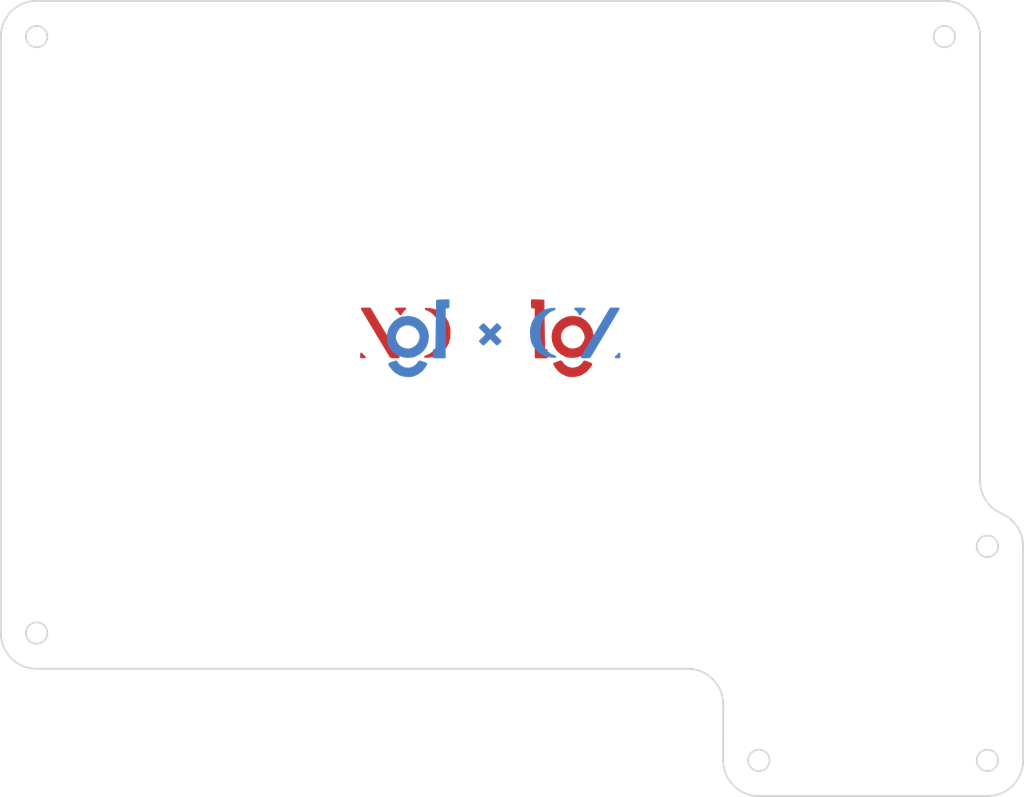
<source format=kicad_pcb>
(kicad_pcb (version 20171130) (host pcbnew "(5.1.4)-1")

  (general
    (thickness 1.6)
    (drawings 55)
    (tracks 0)
    (zones 0)
    (modules 2)
    (nets 1)
  )

  (page A4)
  (layers
    (0 F.Cu signal)
    (31 B.Cu signal)
    (32 B.Adhes user)
    (33 F.Adhes user)
    (34 B.Paste user)
    (35 F.Paste user)
    (36 B.SilkS user)
    (37 F.SilkS user)
    (38 B.Mask user)
    (39 F.Mask user)
    (40 Dwgs.User user)
    (41 Cmts.User user)
    (42 Eco1.User user)
    (43 Eco2.User user)
    (44 Edge.Cuts user)
    (45 Margin user)
    (46 B.CrtYd user)
    (47 F.CrtYd user)
    (48 B.Fab user)
    (49 F.Fab user)
  )

  (setup
    (last_trace_width 0.25)
    (trace_clearance 0.2)
    (zone_clearance 0.508)
    (zone_45_only no)
    (trace_min 0.2)
    (via_size 0.8)
    (via_drill 0.4)
    (via_min_size 0.4)
    (via_min_drill 0.3)
    (uvia_size 0.3)
    (uvia_drill 0.1)
    (uvias_allowed no)
    (uvia_min_size 0.2)
    (uvia_min_drill 0.1)
    (edge_width 0.05)
    (segment_width 0.2)
    (pcb_text_width 0.3)
    (pcb_text_size 1.5 1.5)
    (mod_edge_width 0.12)
    (mod_text_size 1 1)
    (mod_text_width 0.15)
    (pad_size 1.524 1.524)
    (pad_drill 0.762)
    (pad_to_mask_clearance 0.051)
    (solder_mask_min_width 0.25)
    (aux_axis_origin 0 0)
    (visible_elements 7FFFFFFF)
    (pcbplotparams
      (layerselection 0x010fc_ffffffff)
      (usegerberextensions false)
      (usegerberattributes false)
      (usegerberadvancedattributes false)
      (creategerberjobfile false)
      (excludeedgelayer true)
      (linewidth 0.100000)
      (plotframeref false)
      (viasonmask false)
      (mode 1)
      (useauxorigin false)
      (hpglpennumber 1)
      (hpglpenspeed 20)
      (hpglpendiameter 15.000000)
      (psnegative false)
      (psa4output false)
      (plotreference true)
      (plotvalue true)
      (plotinvisibletext false)
      (padsonsilk false)
      (subtractmaskfromsilk false)
      (outputformat 1)
      (mirror false)
      (drillshape 0)
      (scaleselection 1)
      (outputdirectory "C:/Users/lfgab/Documents/GitHub/splitty/KiCad/base/gerbers/"))
  )

  (net 0 "")

  (net_class Default "This is the default net class."
    (clearance 0.2)
    (trace_width 0.25)
    (via_dia 0.8)
    (via_drill 0.4)
    (uvia_dia 0.3)
    (uvia_drill 0.1)
  )

  (module Logos:NDxLG_fullsize_mask (layer B.Cu) (tedit 0) (tstamp 5FB46580)
    (at 196.85 87.757 180)
    (fp_text reference G*** (at 0 0) (layer B.SilkS) hide
      (effects (font (size 1.524 1.524) (thickness 0.3)) (justify mirror))
    )
    (fp_text value LOGO (at 0.75 0) (layer B.SilkS) hide
      (effects (font (size 1.524 1.524) (thickness 0.3)) (justify mirror))
    )
    (fp_poly (pts (xy -7.89431 3.199237) (xy -8.173298 2.968318) (xy -8.375664 2.682787) (xy -8.540374 2.349878)
      (xy -8.663275 2.64402) (xy -8.862768 2.945856) (xy -9.163378 3.204106) (xy -9.398 3.325577)
      (xy -9.370404 3.344494) (xy -9.201323 3.360695) (xy -8.918603 3.372453) (xy -8.551333 3.378038)
      (xy -7.577666 3.382777) (xy -7.89431 3.199237)) (layer B.Mask) (width 0.01))
    (fp_poly (pts (xy 2.795928 1.137816) (xy 2.413649 0.762637) (xy 2.031369 0.387458) (xy 2.796451 -0.389304)
      (xy 2.540304 -0.634709) (xy 2.284156 -0.880113) (xy 1.904078 -0.507095) (xy 1.524 -0.134076)
      (xy 1.160962 -0.490371) (xy 0.961583 -0.679359) (xy 0.812255 -0.808548) (xy 0.753469 -0.846666)
      (xy 0.672054 -0.791394) (xy 0.525386 -0.654176) (xy 0.482048 -0.609764) (xy 0.255081 -0.372862)
      (xy 0.635856 0.000841) (xy 1.016631 0.374543) (xy 0.251549 1.151305) (xy 0.507697 1.39671)
      (xy 0.763844 1.642114) (xy 1.143922 1.269096) (xy 1.524 0.896077) (xy 1.905964 1.270947)
      (xy 2.287928 1.645816) (xy 2.795928 1.137816)) (layer B.Mask) (width 0.01))
    (fp_poly (pts (xy 11.4555 2.360421) (xy 11.772493 2.245602) (xy 12.281602 1.900385) (xy 12.680218 1.448457)
      (xy 12.956434 0.918534) (xy 13.098342 0.339331) (xy 13.094036 -0.260439) (xy 12.991738 -0.694713)
      (xy 12.730649 -1.212732) (xy 12.347228 -1.642074) (xy 11.871296 -1.968387) (xy 11.33267 -2.177321)
      (xy 10.761169 -2.254521) (xy 10.186613 -2.185638) (xy 10.00802 -2.13077) (xy 9.438781 -1.845004)
      (xy 8.982403 -1.446401) (xy 8.650289 -0.957189) (xy 8.453842 -0.399596) (xy 8.424206 -0.037237)
      (xy 9.44464 -0.037237) (xy 9.567646 -0.446933) (xy 9.837058 -0.82061) (xy 9.854296 -0.837583)
      (xy 10.241454 -1.108064) (xy 10.6685 -1.217358) (xy 11.11884 -1.163912) (xy 11.503498 -0.991809)
      (xy 11.7529 -0.764467) (xy 11.959858 -0.439283) (xy 12.084528 -0.08773) (xy 12.103615 0.084667)
      (xy 12.041916 0.404638) (xy 11.882695 0.751675) (xy 11.664765 1.052415) (xy 11.525337 1.177736)
      (xy 11.112129 1.378061) (xy 10.668876 1.411795) (xy 10.28713 1.316884) (xy 9.889286 1.085538)
      (xy 9.611938 0.761241) (xy 9.461564 0.376235) (xy 9.44464 -0.037237) (xy 8.424206 -0.037237)
      (xy 8.404463 0.20415) (xy 8.504282 0.800635) (xy 8.726573 1.289722) (xy 9.077728 1.735937)
      (xy 9.517283 2.097559) (xy 9.983819 2.326059) (xy 10.456269 2.423869) (xy 10.969682 2.434295)
      (xy 11.4555 2.360421)) (layer B.Mask) (width 0.01))
    (fp_poly (pts (xy 6.836834 4.30013) (xy 7.577667 4.275667) (xy 7.59999 1.502834) (xy 7.6064 0.745154)
      (xy 7.612893 0.139738) (xy 7.620642 -0.330477) (xy 7.630819 -0.682558) (xy 7.644597 -0.933569)
      (xy 7.663147 -1.100575) (xy 7.687644 -1.200641) (xy 7.719258 -1.250832) (xy 7.759162 -1.268213)
      (xy 7.79049 -1.27) (xy 7.88446 -1.288847) (xy 7.935238 -1.371166) (xy 7.955622 -1.555621)
      (xy 7.958667 -1.778) (xy 7.958667 -2.286) (xy 6.519334 -2.286) (xy 6.519334 3.302)
      (xy 6.307667 3.302) (xy 6.190646 3.312663) (xy 6.127303 3.371078) (xy 6.101227 3.516882)
      (xy 6.096008 3.789716) (xy 6.096 3.813297) (xy 6.096 4.324592) (xy 6.836834 4.30013)) (layer B.Mask) (width 0.01))
    (fp_poly (pts (xy -5.749955 3.357354) (xy -5.300523 3.330231) (xy -4.961989 3.280628) (xy -4.6763 3.197463)
      (xy -4.479955 3.114861) (xy -3.907605 2.763569) (xy -3.461313 2.302393) (xy -3.146701 1.740479)
      (xy -2.969389 1.086975) (xy -2.930085 0.592667) (xy -2.966973 -0.036003) (xy -3.103351 -0.560214)
      (xy -3.355947 -1.023236) (xy -3.717724 -1.444771) (xy -4.07477 -1.760982) (xy -4.437396 -1.984405)
      (xy -4.847923 -2.131151) (xy -5.348675 -2.217333) (xy -5.842 -2.253468) (xy -6.646333 -2.290045)
      (xy -5.98662 -2.088291) (xy -5.333088 -1.820193) (xy -4.817871 -1.456408) (xy -4.439093 -0.994086)
      (xy -4.194876 -0.430374) (xy -4.083343 0.237578) (xy -4.085083 0.799952) (xy -4.142996 1.332798)
      (xy -4.25347 1.751772) (xy -4.436128 2.1091) (xy -4.705577 2.451465) (xy -4.978453 2.720771)
      (xy -5.266276 2.92276) (xy -5.621416 3.08781) (xy -6.053666 3.233466) (xy -6.561666 3.387669)
      (xy -5.749955 3.357354)) (layer B.Mask) (width 0.01))
    (fp_poly (pts (xy -12.470145 3.384152) (xy -11.895666 3.381637) (xy -10.244666 0.620727) (xy -9.873858 -0.000019)
      (xy -9.530648 -0.575825) (xy -9.224714 -1.090361) (xy -8.965731 -1.527297) (xy -8.763377 -1.870305)
      (xy -8.627327 -2.103053) (xy -8.567259 -2.209212) (xy -8.565444 -2.213091) (xy -8.627639 -2.249887)
      (xy -8.817817 -2.276093) (xy -9.092659 -2.286) (xy -9.403044 -2.278505) (xy -9.59163 -2.247174)
      (xy -9.705624 -2.178736) (xy -9.770291 -2.0955) (xy -9.850007 -1.966476) (xy -10.002088 -1.716051)
      (xy -10.214141 -1.364909) (xy -10.473769 -0.933738) (xy -10.768578 -0.443226) (xy -11.086173 0.085942)
      (xy -11.41416 0.633077) (xy -11.740144 1.177493) (xy -12.051729 1.698503) (xy -12.336521 2.175419)
      (xy -12.582126 2.587556) (xy -12.776147 2.914225) (xy -12.906191 3.13474) (xy -12.957912 3.224643)
      (xy -12.991823 3.310077) (xy -12.957838 3.358392) (xy -12.824801 3.379776) (xy -12.561554 3.38442)
      (xy -12.470145 3.384152)) (layer B.Mask) (width 0.01))
    (fp_poly (pts (xy -12.98788 -1.424523) (xy -12.928024 -1.551304) (xy -12.917646 -1.575116) (xy -12.733094 -1.843251)
      (xy -12.45194 -2.085963) (xy -12.192 -2.22491) (xy -12.198192 -2.250932) (xy -12.341606 -2.270811)
      (xy -12.551833 -2.279315) (xy -13.038666 -2.286) (xy -13.035352 -1.799166) (xy -13.03175 -1.529811)
      (xy -13.01919 -1.411144) (xy -12.98788 -1.424523)) (layer B.Mask) (width 0.01))
    (fp_poly (pts (xy 9.525604 -2.572223) (xy 9.584836 -2.658956) (xy 9.587801 -2.664246) (xy 9.870791 -3.013518)
      (xy 10.244366 -3.249084) (xy 10.667541 -3.353567) (xy 11.09933 -3.309588) (xy 11.105485 -3.307763)
      (xy 11.411525 -3.169229) (xy 11.69423 -2.962898) (xy 11.897762 -2.733846) (xy 11.952736 -2.623852)
      (xy 11.997241 -2.559902) (xy 12.09617 -2.550709) (xy 12.288833 -2.598966) (xy 12.474576 -2.659585)
      (xy 12.729391 -2.761127) (xy 12.903262 -2.860029) (xy 12.954 -2.922048) (xy 12.898055 -3.07401)
      (xy 12.753239 -3.297639) (xy 12.554081 -3.548648) (xy 12.335111 -3.782746) (xy 12.170808 -3.926615)
      (xy 11.657025 -4.216488) (xy 11.076325 -4.370452) (xy 10.472744 -4.380512) (xy 10.085461 -4.305082)
      (xy 9.574515 -4.080182) (xy 9.120134 -3.732609) (xy 8.770999 -3.301816) (xy 8.707006 -3.187962)
      (xy 8.610854 -2.985665) (xy 8.565553 -2.85901) (xy 8.566594 -2.840974) (xy 8.65476 -2.803509)
      (xy 8.854169 -2.72898) (xy 9.045194 -2.660593) (xy 9.302441 -2.573355) (xy 9.447025 -2.543794)
      (xy 9.525604 -2.572223)) (layer B.Mask) (width 0.01))
  )

  (module Logos:NDxLG_fullsize_mask (layer F.Cu) (tedit 0) (tstamp 5FB46553)
    (at 193.802 87.757)
    (fp_text reference G*** (at 0 0) (layer F.SilkS) hide
      (effects (font (size 1.524 1.524) (thickness 0.3)))
    )
    (fp_text value LOGO (at 0.75 0) (layer F.SilkS) hide
      (effects (font (size 1.524 1.524) (thickness 0.3)))
    )
    (fp_poly (pts (xy -7.89431 -3.199237) (xy -8.173298 -2.968318) (xy -8.375664 -2.682787) (xy -8.540374 -2.349878)
      (xy -8.663275 -2.64402) (xy -8.862768 -2.945856) (xy -9.163378 -3.204106) (xy -9.398 -3.325577)
      (xy -9.370404 -3.344494) (xy -9.201323 -3.360695) (xy -8.918603 -3.372453) (xy -8.551333 -3.378038)
      (xy -7.577666 -3.382777) (xy -7.89431 -3.199237)) (layer F.Mask) (width 0.01))
    (fp_poly (pts (xy 2.795928 -1.137816) (xy 2.413649 -0.762637) (xy 2.031369 -0.387458) (xy 2.796451 0.389304)
      (xy 2.540304 0.634709) (xy 2.284156 0.880113) (xy 1.904078 0.507095) (xy 1.524 0.134076)
      (xy 1.160962 0.490371) (xy 0.961583 0.679359) (xy 0.812255 0.808548) (xy 0.753469 0.846666)
      (xy 0.672054 0.791394) (xy 0.525386 0.654176) (xy 0.482048 0.609764) (xy 0.255081 0.372862)
      (xy 0.635856 -0.000841) (xy 1.016631 -0.374543) (xy 0.251549 -1.151305) (xy 0.507697 -1.39671)
      (xy 0.763844 -1.642114) (xy 1.143922 -1.269096) (xy 1.524 -0.896077) (xy 1.905964 -1.270947)
      (xy 2.287928 -1.645816) (xy 2.795928 -1.137816)) (layer F.Mask) (width 0.01))
    (fp_poly (pts (xy 11.4555 -2.360421) (xy 11.772493 -2.245602) (xy 12.281602 -1.900385) (xy 12.680218 -1.448457)
      (xy 12.956434 -0.918534) (xy 13.098342 -0.339331) (xy 13.094036 0.260439) (xy 12.991738 0.694713)
      (xy 12.730649 1.212732) (xy 12.347228 1.642074) (xy 11.871296 1.968387) (xy 11.33267 2.177321)
      (xy 10.761169 2.254521) (xy 10.186613 2.185638) (xy 10.00802 2.13077) (xy 9.438781 1.845004)
      (xy 8.982403 1.446401) (xy 8.650289 0.957189) (xy 8.453842 0.399596) (xy 8.424206 0.037237)
      (xy 9.44464 0.037237) (xy 9.567646 0.446933) (xy 9.837058 0.82061) (xy 9.854296 0.837583)
      (xy 10.241454 1.108064) (xy 10.6685 1.217358) (xy 11.11884 1.163912) (xy 11.503498 0.991809)
      (xy 11.7529 0.764467) (xy 11.959858 0.439283) (xy 12.084528 0.08773) (xy 12.103615 -0.084667)
      (xy 12.041916 -0.404638) (xy 11.882695 -0.751675) (xy 11.664765 -1.052415) (xy 11.525337 -1.177736)
      (xy 11.112129 -1.378061) (xy 10.668876 -1.411795) (xy 10.28713 -1.316884) (xy 9.889286 -1.085538)
      (xy 9.611938 -0.761241) (xy 9.461564 -0.376235) (xy 9.44464 0.037237) (xy 8.424206 0.037237)
      (xy 8.404463 -0.20415) (xy 8.504282 -0.800635) (xy 8.726573 -1.289722) (xy 9.077728 -1.735937)
      (xy 9.517283 -2.097559) (xy 9.983819 -2.326059) (xy 10.456269 -2.423869) (xy 10.969682 -2.434295)
      (xy 11.4555 -2.360421)) (layer F.Mask) (width 0.01))
    (fp_poly (pts (xy 6.836834 -4.30013) (xy 7.577667 -4.275667) (xy 7.59999 -1.502834) (xy 7.6064 -0.745154)
      (xy 7.612893 -0.139738) (xy 7.620642 0.330477) (xy 7.630819 0.682558) (xy 7.644597 0.933569)
      (xy 7.663147 1.100575) (xy 7.687644 1.200641) (xy 7.719258 1.250832) (xy 7.759162 1.268213)
      (xy 7.79049 1.27) (xy 7.88446 1.288847) (xy 7.935238 1.371166) (xy 7.955622 1.555621)
      (xy 7.958667 1.778) (xy 7.958667 2.286) (xy 6.519334 2.286) (xy 6.519334 -3.302)
      (xy 6.307667 -3.302) (xy 6.190646 -3.312663) (xy 6.127303 -3.371078) (xy 6.101227 -3.516882)
      (xy 6.096008 -3.789716) (xy 6.096 -3.813297) (xy 6.096 -4.324592) (xy 6.836834 -4.30013)) (layer F.Mask) (width 0.01))
    (fp_poly (pts (xy -5.749955 -3.357354) (xy -5.300523 -3.330231) (xy -4.961989 -3.280628) (xy -4.6763 -3.197463)
      (xy -4.479955 -3.114861) (xy -3.907605 -2.763569) (xy -3.461313 -2.302393) (xy -3.146701 -1.740479)
      (xy -2.969389 -1.086975) (xy -2.930085 -0.592667) (xy -2.966973 0.036003) (xy -3.103351 0.560214)
      (xy -3.355947 1.023236) (xy -3.717724 1.444771) (xy -4.07477 1.760982) (xy -4.437396 1.984405)
      (xy -4.847923 2.131151) (xy -5.348675 2.217333) (xy -5.842 2.253468) (xy -6.646333 2.290045)
      (xy -5.98662 2.088291) (xy -5.333088 1.820193) (xy -4.817871 1.456408) (xy -4.439093 0.994086)
      (xy -4.194876 0.430374) (xy -4.083343 -0.237578) (xy -4.085083 -0.799952) (xy -4.142996 -1.332798)
      (xy -4.25347 -1.751772) (xy -4.436128 -2.1091) (xy -4.705577 -2.451465) (xy -4.978453 -2.720771)
      (xy -5.266276 -2.92276) (xy -5.621416 -3.08781) (xy -6.053666 -3.233466) (xy -6.561666 -3.387669)
      (xy -5.749955 -3.357354)) (layer F.Mask) (width 0.01))
    (fp_poly (pts (xy -12.470145 -3.384152) (xy -11.895666 -3.381637) (xy -10.244666 -0.620727) (xy -9.873858 0.000019)
      (xy -9.530648 0.575825) (xy -9.224714 1.090361) (xy -8.965731 1.527297) (xy -8.763377 1.870305)
      (xy -8.627327 2.103053) (xy -8.567259 2.209212) (xy -8.565444 2.213091) (xy -8.627639 2.249887)
      (xy -8.817817 2.276093) (xy -9.092659 2.286) (xy -9.403044 2.278505) (xy -9.59163 2.247174)
      (xy -9.705624 2.178736) (xy -9.770291 2.0955) (xy -9.850007 1.966476) (xy -10.002088 1.716051)
      (xy -10.214141 1.364909) (xy -10.473769 0.933738) (xy -10.768578 0.443226) (xy -11.086173 -0.085942)
      (xy -11.41416 -0.633077) (xy -11.740144 -1.177493) (xy -12.051729 -1.698503) (xy -12.336521 -2.175419)
      (xy -12.582126 -2.587556) (xy -12.776147 -2.914225) (xy -12.906191 -3.13474) (xy -12.957912 -3.224643)
      (xy -12.991823 -3.310077) (xy -12.957838 -3.358392) (xy -12.824801 -3.379776) (xy -12.561554 -3.38442)
      (xy -12.470145 -3.384152)) (layer F.Mask) (width 0.01))
    (fp_poly (pts (xy -12.98788 1.424523) (xy -12.928024 1.551304) (xy -12.917646 1.575116) (xy -12.733094 1.843251)
      (xy -12.45194 2.085963) (xy -12.192 2.22491) (xy -12.198192 2.250932) (xy -12.341606 2.270811)
      (xy -12.551833 2.279315) (xy -13.038666 2.286) (xy -13.035352 1.799166) (xy -13.03175 1.529811)
      (xy -13.01919 1.411144) (xy -12.98788 1.424523)) (layer F.Mask) (width 0.01))
    (fp_poly (pts (xy 9.525604 2.572223) (xy 9.584836 2.658956) (xy 9.587801 2.664246) (xy 9.870791 3.013518)
      (xy 10.244366 3.249084) (xy 10.667541 3.353567) (xy 11.09933 3.309588) (xy 11.105485 3.307763)
      (xy 11.411525 3.169229) (xy 11.69423 2.962898) (xy 11.897762 2.733846) (xy 11.952736 2.623852)
      (xy 11.997241 2.559902) (xy 12.09617 2.550709) (xy 12.288833 2.598966) (xy 12.474576 2.659585)
      (xy 12.729391 2.761127) (xy 12.903262 2.860029) (xy 12.954 2.922048) (xy 12.898055 3.07401)
      (xy 12.753239 3.297639) (xy 12.554081 3.548648) (xy 12.335111 3.782746) (xy 12.170808 3.926615)
      (xy 11.657025 4.216488) (xy 11.076325 4.370452) (xy 10.472744 4.380512) (xy 10.085461 4.305082)
      (xy 9.574515 4.080182) (xy 9.120134 3.732609) (xy 8.770999 3.301816) (xy 8.707006 3.187962)
      (xy 8.610854 2.985665) (xy 8.565553 2.85901) (xy 8.566594 2.840974) (xy 8.65476 2.803509)
      (xy 8.854169 2.72898) (xy 9.045194 2.660593) (xy 9.302441 2.573355) (xy 9.447025 2.543794)
      (xy 9.525604 2.572223)) (layer F.Mask) (width 0.01))
  )

  (gr_line (start 195.361737 87.392263) (end 192.361737 87.392263) (layer Dwgs.User) (width 0.2))
  (gr_line (start 195.361737 90.392263) (end 195.361737 87.392263) (layer Dwgs.User) (width 0.2))
  (gr_line (start 195.361737 87.392263) (end 195.361737 90.392263) (layer Dwgs.User) (width 0.2))
  (gr_line (start 195.361737 84.392263) (end 195.361737 87.392263) (layer Dwgs.User) (width 0.2))
  (gr_line (start 195.361737 87.392263) (end 195.361737 84.392263) (layer Dwgs.User) (width 0.2))
  (gr_line (start 198.361737 87.392263) (end 195.361737 87.392263) (layer Dwgs.User) (width 0.2))
  (gr_line (start 195.361737 87.392263) (end 198.361737 87.392263) (layer Dwgs.User) (width 0.2))
  (gr_circle (center 251.024431 135.089245) (end 252.224431 135.089245) (layer Dwgs.User) (width 0.2))
  (gr_circle (center 251.024591 111.097545) (end 252.224591 111.097545) (layer Dwgs.User) (width 0.2))
  (gr_circle (center 225.424346 135.089245) (end 226.624346 135.089245) (layer Dwgs.User) (width 0.2))
  (gr_circle (center 144.51817 120.8229) (end 145.71817 120.8229) (layer Dwgs.User) (width 0.2))
  (gr_circle (center 246.205304 53.961626) (end 247.405304 53.961626) (layer Dwgs.User) (width 0.2))
  (gr_circle (center 144.51817 53.961626) (end 145.71817 53.961626) (layer Dwgs.User) (width 0.2))
  (gr_arc (start 254.205304 103.757037) (end 250.205304 103.757037) (angle -66.57245054) (layer Dwgs.User) (width 0.2))
  (gr_arc (start 217.427186 128.8229) (end 221.427186 128.824714) (angle -90.02597409) (layer Dwgs.User) (width 0.2))
  (gr_arc (start 251.024591 111.097545) (end 255.024591 111.097572) (angle -66.57283251) (layer Dwgs.User) (width 0.2))
  (gr_arc (start 251.024431 135.089245) (end 251.024431 139.089245) (angle -89.99961803) (layer Dwgs.User) (width 0.2))
  (gr_arc (start 225.424346 135.089245) (end 221.424347 135.087431) (angle -90.02597409) (layer Dwgs.User) (width 0.2))
  (gr_line (start 225.424346 139.089245) (end 251.024431 139.089245) (layer Dwgs.User) (width 0.2))
  (gr_line (start 221.427186 128.824714) (end 221.424347 135.087431) (layer Dwgs.User) (width 0.2))
  (gr_line (start 146.51817 124.8229) (end 217.427186 124.8229) (layer Dwgs.User) (width 0.2))
  (gr_arc (start 144.51817 120.8229) (end 140.51817 120.8229) (angle -90) (layer Dwgs.User) (width 0.2))
  (gr_arc (start 246.205304 53.961626) (end 250.205304 53.961626) (angle -90) (layer Dwgs.User) (width 0.2))
  (gr_arc (start 144.51817 53.961626) (end 144.51817 49.961626) (angle -90) (layer Dwgs.User) (width 0.2))
  (gr_line (start 255.024591 111.097572) (end 255.024431 135.089271) (layer Dwgs.User) (width 0.2))
  (gr_line (start 250.205304 53.961626) (end 250.205304 103.757037) (layer Dwgs.User) (width 0.2))
  (gr_line (start 144.51817 49.961626) (end 246.205304 49.961626) (layer Dwgs.User) (width 0.2))
  (gr_line (start 140.51817 53.961626) (end 140.51817 120.8229) (layer Dwgs.User) (width 0.2))
  (gr_line (start 146.51817 124.8229) (end 144.51817 124.8229) (layer Dwgs.User) (width 0.2))
  (gr_circle (center 251.024431 135.089245) (end 252.224431 135.089245) (layer Edge.Cuts) (width 0.2))
  (gr_circle (center 251.024591 111.097545) (end 252.224591 111.097545) (layer Edge.Cuts) (width 0.2))
  (gr_circle (center 225.424346 135.089245) (end 226.624346 135.089245) (layer Edge.Cuts) (width 0.2))
  (gr_circle (center 144.51817 120.8229) (end 145.71817 120.8229) (layer Edge.Cuts) (width 0.2))
  (gr_circle (center 246.205304 53.961626) (end 247.405304 53.961626) (layer Edge.Cuts) (width 0.2))
  (gr_circle (center 144.51817 53.961626) (end 145.71817 53.961626) (layer Edge.Cuts) (width 0.2))
  (gr_arc (start 254.205304 103.757037) (end 250.205304 103.757037) (angle -66.57245054) (layer Edge.Cuts) (width 0.2))
  (gr_arc (start 217.427186 128.8229) (end 221.427186 128.824714) (angle -90.02597409) (layer Edge.Cuts) (width 0.2))
  (gr_arc (start 251.024591 111.097545) (end 255.024591 111.097572) (angle -66.57283251) (layer Edge.Cuts) (width 0.2))
  (gr_arc (start 251.024431 135.089245) (end 251.024431 139.089245) (angle -89.99961803) (layer Edge.Cuts) (width 0.2))
  (gr_arc (start 225.424346 135.089245) (end 221.424347 135.087431) (angle -90.02597409) (layer Edge.Cuts) (width 0.2))
  (gr_line (start 225.424346 139.089245) (end 251.024431 139.089245) (layer Edge.Cuts) (width 0.2))
  (gr_line (start 221.427186 128.824714) (end 221.424347 135.087431) (layer Edge.Cuts) (width 0.2))
  (gr_line (start 146.51817 124.8229) (end 217.427186 124.8229) (layer Edge.Cuts) (width 0.2))
  (gr_arc (start 144.51817 120.8229) (end 140.51817 120.8229) (angle -90) (layer Edge.Cuts) (width 0.2))
  (gr_arc (start 246.205304 53.961626) (end 250.205304 53.961626) (angle -90) (layer Edge.Cuts) (width 0.2))
  (gr_arc (start 144.51817 53.961626) (end 144.51817 49.961626) (angle -90) (layer Edge.Cuts) (width 0.2))
  (gr_line (start 255.024591 111.097572) (end 255.024431 135.089271) (layer Edge.Cuts) (width 0.2))
  (gr_line (start 250.205304 53.961626) (end 250.205304 103.757037) (layer Edge.Cuts) (width 0.2))
  (gr_line (start 144.51817 49.961626) (end 246.205304 49.961626) (layer Edge.Cuts) (width 0.2))
  (gr_line (start 140.51817 53.961626) (end 140.51817 120.8229) (layer Edge.Cuts) (width 0.2))
  (gr_line (start 146.51817 124.8229) (end 144.51817 124.8229) (layer Edge.Cuts) (width 0.2))
  (gr_line (start 195.337349 87.343106) (end 190.337434 87.372148) (layer Dwgs.User) (width 0.2))
  (gr_line (start 195.337349 87.343106) (end 200.337265 87.314065) (layer Dwgs.User) (width 0.2))
  (gr_line (start 195.337349 87.343106) (end 195.337349 92.343106) (layer Dwgs.User) (width 0.2))
  (gr_line (start 195.337349 87.343106) (end 195.337349 82.343106) (layer Dwgs.User) (width 0.2))

  (zone (net 0) (net_name "") (layer F.Cu) (tstamp 0) (hatch edge 0.508)
    (connect_pads (clearance 0.508))
    (min_thickness 0.254)
    (fill yes (arc_segments 32) (thermal_gap 0.508) (thermal_bridge_width 0.508))
    (polygon
      (pts
        (xy 196.619 88.119) (xy 196.099 88.619) (xy 196.089 88.619) (xy 195.339 87.879) (xy 195.329 87.879)
        (xy 194.629 88.539) (xy 194.569 88.579) (xy 194.559 88.589) (xy 194.049 88.099) (xy 194.809 87.359)
        (xy 194.809 87.349) (xy 194.049 86.579) (xy 194.569 86.069) (xy 195.329 86.819) (xy 195.339 86.819)
        (xy 196.099 86.069) (xy 196.619 86.589) (xy 195.859 87.339)
      )
    )
    (filled_polygon
      (pts
        (xy 195.239794 86.909395) (xy 195.259143 86.925062) (xy 195.281177 86.936652) (xy 195.305049 86.943721) (xy 195.329 86.946)
        (xy 195.339 86.946) (xy 195.363776 86.94356) (xy 195.387601 86.936333) (xy 195.409557 86.924597) (xy 195.428206 86.909395)
        (xy 196.098407 86.248013) (xy 196.438798 86.588404) (xy 195.769794 87.248605) (xy 195.753873 87.267745) (xy 195.741992 87.289623)
        (xy 195.734607 87.313399) (xy 195.732003 87.338159) (xy 195.734279 87.362951) (xy 195.741348 87.386823) (xy 195.752938 87.408857)
        (xy 195.768039 87.427629) (xy 196.438821 88.116063) (xy 196.095078 88.446586) (xy 195.428198 87.788597) (xy 195.408847 87.772932)
        (xy 195.386812 87.761344) (xy 195.36294 87.754277) (xy 195.339 87.752) (xy 195.329 87.752) (xy 195.304224 87.75444)
        (xy 195.280399 87.761667) (xy 195.258443 87.773403) (xy 195.241876 87.786596) (xy 194.568229 88.421749) (xy 194.231673 88.098391)
        (xy 194.897597 87.449992) (xy 194.913647 87.430959) (xy 194.925674 87.409161) (xy 194.933218 87.385435) (xy 194.936 87.359)
        (xy 194.936 87.349) (xy 194.93356 87.324224) (xy 194.926333 87.300399) (xy 194.914597 87.278443) (xy 194.899388 87.259786)
        (xy 194.228885 86.580461) (xy 194.568725 86.247156)
      )
    )
  )
  (zone (net 0) (net_name "") (layer B.Cu) (tstamp 0) (hatch edge 0.508)
    (connect_pads (clearance 0.508))
    (min_thickness 0.254)
    (fill yes (arc_segments 32) (thermal_gap 0.508) (thermal_bridge_width 0.508))
    (polygon
      (pts
        (xy 195.859 87.339) (xy 196.619 86.589) (xy 196.099 86.069) (xy 195.339 86.819) (xy 195.329 86.819)
        (xy 194.569 86.069) (xy 194.049 86.579) (xy 194.809 87.349) (xy 194.809 87.359) (xy 194.049 88.099)
        (xy 194.559 88.589) (xy 194.629 88.539) (xy 195.329 87.879) (xy 195.339 87.879) (xy 196.089 88.619)
        (xy 196.099 88.619) (xy 196.619 88.119)
      )
    )
    (filled_polygon
      (pts
        (xy 195.239794 86.909395) (xy 195.259143 86.925062) (xy 195.281177 86.936652) (xy 195.305049 86.943721) (xy 195.329 86.946)
        (xy 195.339 86.946) (xy 195.363776 86.94356) (xy 195.387601 86.936333) (xy 195.409557 86.924597) (xy 195.428206 86.909395)
        (xy 196.098407 86.248013) (xy 196.438798 86.588404) (xy 195.769794 87.248605) (xy 195.753873 87.267745) (xy 195.741992 87.289623)
        (xy 195.734607 87.313399) (xy 195.732003 87.338159) (xy 195.734279 87.362951) (xy 195.741348 87.386823) (xy 195.752938 87.408857)
        (xy 195.768039 87.427629) (xy 196.438821 88.116063) (xy 196.095078 88.446586) (xy 195.428198 87.788597) (xy 195.408847 87.772932)
        (xy 195.386812 87.761344) (xy 195.36294 87.754277) (xy 195.339 87.752) (xy 195.329 87.752) (xy 195.304224 87.75444)
        (xy 195.280399 87.761667) (xy 195.258443 87.773403) (xy 195.241876 87.786596) (xy 194.568229 88.421749) (xy 194.231673 88.098391)
        (xy 194.897597 87.449992) (xy 194.913647 87.430959) (xy 194.925674 87.409161) (xy 194.933218 87.385435) (xy 194.936 87.359)
        (xy 194.936 87.349) (xy 194.93356 87.324224) (xy 194.926333 87.300399) (xy 194.914597 87.278443) (xy 194.899388 87.259786)
        (xy 194.228885 86.580461) (xy 194.568725 86.247156)
      )
    )
  )
  (zone (net 0) (net_name "") (layer B.Cu) (tstamp 0) (hatch edge 0.508)
    (connect_pads (clearance 0.508))
    (min_thickness 0.254)
    (fill yes (arc_segments 32) (thermal_gap 0.508) (thermal_bridge_width 0.508))
    (polygon
      (pts
        (xy 190.679 84.419) (xy 190.739 84.359) (xy 190.769 84.209) (xy 190.769 83.399) (xy 189.269 83.449)
        (xy 189.259 84.589) (xy 189.189 88.829) (xy 189.159 88.929) (xy 189.129 88.979) (xy 188.969 89.009)
        (xy 188.909 89.099) (xy 188.889 90.029) (xy 190.349 90.029) (xy 190.349 84.439) (xy 190.549 84.439)
        (xy 190.669 84.429)
      )
    )
    (filled_polygon
      (pts
        (xy 190.642 84.196423) (xy 190.622007 84.296387) (xy 190.612092 84.306302) (xy 190.543721 84.312) (xy 190.349 84.312)
        (xy 190.324224 84.31444) (xy 190.300399 84.321667) (xy 190.278443 84.333403) (xy 190.259197 84.349197) (xy 190.243403 84.368443)
        (xy 190.231667 84.390399) (xy 190.22444 84.414224) (xy 190.222 84.439) (xy 190.222 89.902) (xy 189.018761 89.902)
        (xy 189.035176 89.138688) (xy 189.044991 89.123965) (xy 189.152405 89.103825) (xy 189.176307 89.09686) (xy 189.198391 89.085366)
        (xy 189.217809 89.069785) (xy 189.237902 89.044341) (xy 189.267902 88.994341) (xy 189.280644 88.965493) (xy 189.310644 88.865493)
        (xy 189.315983 88.831096) (xy 189.385983 84.591096) (xy 189.385995 84.590114) (xy 189.394927 83.571873) (xy 190.642 83.530304)
      )
    )
  )
  (zone (net 0) (net_name "") (layer B.Cu) (tstamp 0) (hatch edge 0.508)
    (connect_pads (clearance 0.508))
    (min_thickness 0.254)
    (fill yes (arc_segments 32) (thermal_gap 0.508) (thermal_bridge_width 0.508))
    (polygon
      (pts
        (xy 205.389 85.389) (xy 205.409 85.389) (xy 205.449 85.279) (xy 205.529 85.089) (xy 205.729 84.789)
        (xy 206.029 84.529) (xy 206.259 84.409) (xy 206.269 84.399) (xy 206.229 84.379) (xy 206.049 84.359)
        (xy 205.609 84.349) (xy 205.199 84.339) (xy 204.429 84.339) (xy 204.429 84.349) (xy 204.619 84.459)
        (xy 204.769 84.549) (xy 204.959 84.709) (xy 205.029 84.769) (xy 205.149 84.939) (xy 205.229 85.049)
        (xy 205.299 85.189)
      )
    )
    (filled_polygon
      (pts
        (xy 205.605903 84.475962) (xy 205.606114 84.475967) (xy 205.888863 84.482393) (xy 205.645824 84.693027) (xy 205.62333 84.718553)
        (xy 205.42333 85.018553) (xy 205.411952 85.039717) (xy 205.391105 85.089229) (xy 205.342592 84.992204) (xy 205.331709 84.974302)
        (xy 205.252257 84.865056) (xy 205.132755 84.695761) (xy 205.111651 84.672574) (xy 205.041651 84.612574) (xy 205.040805 84.611856)
        (xy 204.867601 84.466) (xy 205.197461 84.466)
      )
    )
  )
  (zone (net 0) (net_name "") (layer B.Cu) (tstamp 0) (hatch edge 0.508)
    (connect_pads (clearance 0.508))
    (min_thickness 0.254)
    (fill yes (arc_segments 32) (thermal_gap 0.508) (thermal_bridge_width 0.508))
    (polygon
      (pts
        (xy 208.749 84.339) (xy 209.679 84.339) (xy 209.819 84.359) (xy 209.859 84.419) (xy 209.819 84.509)
        (xy 206.689 89.749) (xy 206.639 89.819) (xy 206.569 89.919) (xy 206.449 89.989) (xy 206.229 90.019)
        (xy 205.869 90.029) (xy 205.489 89.989) (xy 205.419 89.949) (xy 205.419 89.939)
      )
    )
    (filled_polygon
      (pts
        (xy 209.694647 84.469525) (xy 206.582632 89.679417) (xy 206.535656 89.745183) (xy 206.534958 89.74617) (xy 206.480939 89.82334)
        (xy 206.406819 89.866577) (xy 206.218631 89.892239) (xy 205.873905 89.901815) (xy 205.60566 89.873578) (xy 208.821238 84.466)
        (xy 209.669971 84.466)
      )
    )
  )
  (zone (net 0) (net_name "") (layer B.Cu) (tstamp 0) (hatch edge 0.508)
    (connect_pads (clearance 0.508))
    (min_thickness 0.254)
    (fill yes (arc_segments 32) (thermal_gap 0.508) (thermal_bridge_width 0.508))
    (polygon
      (pts
        (xy 187.329 90.289) (xy 187.409 90.259) (xy 187.569 90.299) (xy 187.999 90.449) (xy 188.299 90.559)
        (xy 188.299 90.589) (xy 188.259 90.719) (xy 188.089 91.039) (xy 187.739 91.469) (xy 187.289 91.819)
        (xy 186.779 92.049) (xy 186.379 92.129) (xy 185.779 92.109) (xy 185.199 91.959) (xy 184.679 91.659)
        (xy 184.469 91.479) (xy 184.079 91.009) (xy 183.929 90.759) (xy 183.899 90.649) (xy 183.949 90.589)
        (xy 184.129 90.479) (xy 184.359 90.389) (xy 184.769 90.269) (xy 184.869 90.279) (xy 184.969 90.459)
        (xy 185.169 90.689) (xy 185.449 90.899) (xy 185.769 91.029) (xy 186.189 91.079) (xy 186.599 90.979)
        (xy 186.979 90.739)
      )
    )
    (filled_polygon
      (pts
        (xy 187.532613 90.420812) (xy 187.956217 90.56858) (xy 188.150489 90.639814) (xy 188.141172 90.670093) (xy 187.982665 90.96846)
        (xy 187.649626 91.377621) (xy 187.222986 91.709453) (xy 186.739942 91.927296) (xy 186.368524 92.00158) (xy 185.797234 91.982537)
        (xy 185.247512 91.840367) (xy 184.75269 91.554893) (xy 184.559841 91.389594) (xy 184.182921 90.935357) (xy 184.046915 90.708681)
        (xy 184.039743 90.682383) (xy 184.185686 90.593196) (xy 184.400056 90.509312) (xy 184.780955 90.397829) (xy 184.79025 90.398759)
        (xy 184.857982 90.520677) (xy 184.873165 90.542335) (xy 185.073165 90.772335) (xy 185.0928 90.7906) (xy 185.3728 91.0006)
        (xy 185.4012 91.016661) (xy 185.7212 91.146661) (xy 185.753987 91.15511) (xy 186.173987 91.20511) (xy 186.198878 91.205615)
        (xy 186.219093 91.202383) (xy 186.629093 91.102383) (xy 186.652586 91.094141) (xy 186.666817 91.086377) (xy 187.046817 90.846377)
        (xy 187.066462 90.831083) (xy 187.079248 90.81697) (xy 187.407207 90.395309) (xy 187.416565 90.3918)
      )
    )
  )
  (zone (net 0) (net_name "") (layer B.Cu) (tstamp 0) (hatch edge 0.508)
    (connect_pads (clearance 0.508))
    (min_thickness 0.254)
    (fill yes (arc_segments 32) (thermal_gap 0.508) (thermal_bridge_width 0.508))
    (polygon
      (pts
        (xy 186.189 86.319) (xy 186.569 86.419) (xy 186.969 86.649) (xy 187.239 86.969) (xy 188.139 86.439)
        (xy 187.789 85.989) (xy 187.349 85.629) (xy 186.879 85.399) (xy 186.399 85.299) (xy 185.889 85.289)
      )
    )
    (filled_polygon
      (pts
        (xy 186.384681 85.425744) (xy 186.837494 85.52008) (xy 187.279964 85.736608) (xy 187.697523 86.078248) (xy 187.950029 86.402898)
        (xy 187.266932 86.805166) (xy 187.066065 86.567101) (xy 187.048222 86.549739) (xy 187.032306 86.538903) (xy 186.632306 86.308903)
        (xy 186.601321 86.296182) (xy 186.290833 86.214475) (xy 186.059247 85.419363)
      )
    )
  )
  (zone (net 0) (net_name "") (layer B.Cu) (tstamp 0) (hatch edge 0.508)
    (connect_pads (clearance 0.508))
    (min_thickness 0.254)
    (fill yes (arc_segments 32) (thermal_gap 0.508) (thermal_bridge_width 0.508))
    (polygon
      (pts
        (xy 186.969 86.649) (xy 187.239 86.969) (xy 187.389 87.359) (xy 187.409 87.769) (xy 187.289 88.179)
        (xy 187.009 88.559) (xy 186.609 88.839) (xy 186.679 89.919) (xy 186.859 89.869) (xy 187.419 89.589)
        (xy 187.899 89.169) (xy 188.219 88.689) (xy 188.409 88.129) (xy 188.469 87.529) (xy 188.369 86.919)
        (xy 188.139 86.439) (xy 187.829 86.029)
      )
    )
    (filled_polygon
      (pts
        (xy 188.029991 86.505403) (xy 188.246614 86.957486) (xy 188.340964 87.533021) (xy 188.284073 88.101933) (xy 188.104087 88.632417)
        (xy 187.802682 89.084525) (xy 187.347631 89.482694) (xy 186.813185 89.749917) (xy 186.795624 89.754796) (xy 186.740355 88.902075)
        (xy 187.08183 88.663042) (xy 187.100728 88.646835) (xy 187.111242 88.634336) (xy 187.391242 88.254336) (xy 187.403975 88.232942)
        (xy 187.410887 88.214674) (xy 187.530887 87.804674) (xy 187.535504 87.78021) (xy 187.535849 87.762812) (xy 187.515849 87.352812)
        (xy 187.512205 87.328184) (xy 187.507535 87.31341) (xy 187.357535 86.92341) (xy 187.346363 86.901161) (xy 187.336065 86.887101)
        (xy 187.154456 86.671861) (xy 187.802568 86.204618)
      )
    )
  )
  (zone (net 0) (net_name "") (layer B.Cu) (tstamp 0) (hatch edge 0.508)
    (connect_pads (clearance 0.508))
    (min_thickness 0.254)
    (fill yes (arc_segments 32) (thermal_gap 0.508) (thermal_bridge_width 0.508))
    (polygon
      (pts
        (xy 186.559 86.419) (xy 186.189 86.319) (xy 185.749 86.359) (xy 185.339 86.559) (xy 185.199 86.679)
        (xy 184.979 86.979) (xy 184.819 87.329) (xy 184.759 87.649) (xy 184.779 87.819) (xy 184.899 88.169)
        (xy 185.109 88.489) (xy 184.119 88.949) (xy 183.859 88.429) (xy 183.759 87.999) (xy 183.759 87.389)
        (xy 183.899 86.809) (xy 184.169 86.289) (xy 184.569 85.829) (xy 185.089 85.479) (xy 185.409 85.359)
        (xy 185.889 85.289) (xy 186.399 85.299)
      )
    )
    (filled_polygon
      (pts
        (xy 186.288547 85.423859) (xy 186.406009 86.246095) (xy 186.222135 86.196399) (xy 186.19758 86.19229) (xy 186.177502 86.192522)
        (xy 185.737502 86.232522) (xy 185.713048 86.237195) (xy 185.69332 86.244856) (xy 185.28332 86.444856) (xy 185.256349 86.462574)
        (xy 185.116349 86.582574) (xy 185.096587 86.603897) (xy 184.876587 86.903897) (xy 184.863497 86.926199) (xy 184.703497 87.276199)
        (xy 184.694175 87.305595) (xy 184.634175 87.625595) (xy 184.632008 87.650397) (xy 184.63287 87.663839) (xy 184.65287 87.833839)
        (xy 184.658865 87.860189) (xy 184.778865 88.210189) (xy 184.792822 88.238679) (xy 184.922165 88.435773) (xy 184.177402 88.781824)
        (xy 183.979301 88.385622) (xy 183.886 87.984427) (xy 183.886 87.404108) (xy 184.018829 86.853817) (xy 184.274749 86.360933)
        (xy 184.653829 85.924992) (xy 185.147549 85.59268) (xy 185.440823 85.482703) (xy 185.896972 85.416181)
      )
    )
  )
  (zone (net 0) (net_name "") (layer B.Cu) (tstamp 0) (hatch edge 0.508)
    (connect_pads (clearance 0.508))
    (min_thickness 0.254)
    (fill yes (arc_segments 32) (thermal_gap 0.508) (thermal_bridge_width 0.508))
    (polygon
      (pts
        (xy 187.009 88.559) (xy 186.609 88.829) (xy 186.189 88.939) (xy 185.739 88.879) (xy 185.369 88.719)
        (xy 185.099 88.489) (xy 184.899 88.159) (xy 183.879 88.479) (xy 184.119 88.949) (xy 184.499 89.369)
        (xy 184.979 89.699) (xy 185.519 89.909) (xy 186.099 89.989) (xy 186.679 89.929) (xy 186.869 89.879)
        (xy 187.059 89.769)
      )
    )
    (filled_polygon
      (pts
        (xy 184.99039 88.554824) (xy 185.005318 88.574748) (xy 185.016645 88.585678) (xy 185.286645 88.815678) (xy 185.307088 88.829887)
        (xy 185.318592 88.835568) (xy 185.688592 88.995568) (xy 185.722215 89.004886) (xy 186.172215 89.064886) (xy 186.197097 89.065742)
        (xy 186.221177 89.061856) (xy 186.641177 88.951856) (xy 186.664526 88.943218) (xy 186.680053 88.934264) (xy 186.8915 88.791537)
        (xy 186.928939 89.69755) (xy 186.820154 89.760531) (xy 186.656173 89.803684) (xy 186.101174 89.861097) (xy 185.551131 89.785229)
        (xy 185.038783 89.585983) (xy 184.583201 89.27277) (xy 184.224459 88.876266) (xy 184.060493 88.555165) (xy 184.842003 88.309985)
      )
    )
  )
  (zone (net 0) (net_name "") (layer B.Cu) (tstamp 0) (hatch edge 0.508)
    (connect_pads (clearance 0.508))
    (min_thickness 0.254)
    (fill yes (arc_segments 32) (thermal_gap 0.508) (thermal_bridge_width 0.508))
    (polygon
      (pts
        (xy 209.879 89.129) (xy 209.899 89.259) (xy 209.909 90.019) (xy 209.899 90.029) (xy 209.199 90.009)
        (xy 209.049 89.989) (xy 209.039 89.949) (xy 209.309 89.809) (xy 209.589 89.569)
      )
    )
    (filled_polygon
      (pts
        (xy 209.780404 89.89856) (xy 209.411943 89.888032) (xy 209.671651 89.665426) (xy 209.69504 89.63889) (xy 209.775384 89.516989)
      )
    )
  )
  (zone (net 0) (net_name "") (layer B.Cu) (tstamp 0) (hatch edge 0.508)
    (connect_pads (clearance 0.508))
    (min_thickness 0.254)
    (fill yes (arc_segments 32) (thermal_gap 0.508) (thermal_bridge_width 0.508))
    (polygon
      (pts
        (xy 203.429 84.349) (xy 203.429 84.339) (xy 203.419 84.329) (xy 203.339 84.339) (xy 202.159 84.389)
        (xy 201.819 84.439) (xy 201.529 84.519) (xy 201.329 84.609) (xy 200.759 84.959) (xy 200.309 85.419)
        (xy 199.989 85.989) (xy 199.809 86.649) (xy 199.779 87.139) (xy 199.819 87.769) (xy 199.949 88.299)
        (xy 200.199 88.769) (xy 200.489 89.089) (xy 200.769 89.389) (xy 200.969 89.529) (xy 201.289 89.729)
        (xy 201.699 89.869) (xy 202.179 89.949) (xy 203.509 90.029) (xy 203.519 90.019) (xy 203.509 90.009)
        (xy 202.849 89.809) (xy 202.189 89.539) (xy 201.679 89.179) (xy 201.309 88.719) (xy 201.059 88.149)
        (xy 200.959 87.489) (xy 200.959 86.929) (xy 201.009 86.399) (xy 201.119 85.979) (xy 201.199 85.829)
        (xy 201.299 85.629) (xy 201.359 85.549) (xy 201.429 85.469) (xy 201.569 85.289) (xy 201.839 85.019)
        (xy 202.129 84.809) (xy 202.519 84.639)
      )
    )
    (filled_polygon
      (pts
        (xy 202.480438 84.517996) (xy 202.468253 84.52258) (xy 202.078253 84.69258) (xy 202.054513 84.706137) (xy 201.764513 84.916137)
        (xy 201.749197 84.929197) (xy 201.479197 85.199197) (xy 201.468752 85.21103) (xy 201.331004 85.388135) (xy 201.263423 85.46537)
        (xy 201.2574 85.4728) (xy 201.1974 85.5528) (xy 201.185408 85.572204) (xy 201.086165 85.77069) (xy 201.006941 85.919235)
        (xy 200.996144 85.946823) (xy 200.886144 86.366823) (xy 200.882561 86.387072) (xy 200.832561 86.917072) (xy 200.832 86.929)
        (xy 200.832 87.489) (xy 200.833433 87.508025) (xy 200.933433 88.168025) (xy 200.942695 88.200011) (xy 201.192695 88.770011)
        (xy 201.21004 88.798598) (xy 201.58004 89.258598) (xy 201.605761 89.282755) (xy 202.115761 89.642755) (xy 202.140914 89.656544)
        (xy 202.607857 89.847566) (xy 202.193291 89.82263) (xy 201.730165 89.745442) (xy 201.343897 89.613546) (xy 201.03911 89.423054)
        (xy 200.852749 89.292601) (xy 200.582483 89.00303) (xy 200.30371 88.695419) (xy 200.068568 88.253352) (xy 199.94503 87.749698)
        (xy 199.906247 87.138858) (xy 199.934964 86.669805) (xy 200.107406 86.03752) (xy 200.411524 85.495809) (xy 200.838817 85.059021)
        (xy 201.388529 84.721478) (xy 201.572199 84.638827) (xy 201.845221 84.56351) (xy 202.170964 84.515607) (xy 202.536543 84.500116)
      )
    )
  )
  (zone (net 0) (net_name "") (layer F.Cu) (tstamp 5FB46660) (hatch edge 0.508)
    (connect_pads (clearance 0.508))
    (min_thickness 0.254)
    (fill yes (arc_segments 32) (thermal_gap 0.508) (thermal_bridge_width 0.508))
    (polygon
      (pts
        (xy 203.339 90.289) (xy 203.259 90.259) (xy 203.099 90.299) (xy 202.669 90.449) (xy 202.369 90.559)
        (xy 202.369 90.589) (xy 202.409 90.719) (xy 202.579 91.039) (xy 202.929 91.469) (xy 203.379 91.819)
        (xy 203.889 92.049) (xy 204.289 92.129) (xy 204.889 92.109) (xy 205.469 91.959) (xy 205.989 91.659)
        (xy 206.199 91.479) (xy 206.589 91.009) (xy 206.739 90.759) (xy 206.769 90.649) (xy 206.719 90.589)
        (xy 206.539 90.479) (xy 206.309 90.389) (xy 205.899 90.269) (xy 205.799 90.279) (xy 205.699 90.459)
        (xy 205.499 90.689) (xy 205.219 90.899) (xy 204.899 91.029) (xy 204.479 91.079) (xy 204.069 90.979)
        (xy 203.689 90.739)
      )
    )
    (filled_polygon
      (pts
        (xy 203.260793 90.395309) (xy 203.588752 90.81697) (xy 203.60589 90.83503) (xy 203.621183 90.846377) (xy 204.001183 91.086377)
        (xy 204.023434 91.097544) (xy 204.038907 91.102383) (xy 204.448907 91.202383) (xy 204.473556 91.205883) (xy 204.494013 91.20511)
        (xy 204.914013 91.15511) (xy 204.9468 91.146661) (xy 205.2668 91.016661) (xy 205.2952 91.0006) (xy 205.5752 90.7906)
        (xy 205.594835 90.772335) (xy 205.794835 90.542335) (xy 205.810018 90.520677) (xy 205.87775 90.398759) (xy 205.887045 90.397829)
        (xy 206.267944 90.509312) (xy 206.482314 90.593196) (xy 206.628257 90.682383) (xy 206.621085 90.708681) (xy 206.485079 90.935357)
        (xy 206.108159 91.389594) (xy 205.91531 91.554893) (xy 205.420488 91.840367) (xy 204.870766 91.982537) (xy 204.299476 92.00158)
        (xy 203.928058 91.927296) (xy 203.445014 91.709453) (xy 203.018374 91.377621) (xy 202.685335 90.96846) (xy 202.526828 90.670093)
        (xy 202.517511 90.639814) (xy 202.711783 90.56858) (xy 203.135387 90.420812) (xy 203.251435 90.3918)
      )
    )
  )
  (zone (net 0) (net_name "") (layer F.Cu) (tstamp 5FB4665F) (hatch edge 0.508)
    (connect_pads (clearance 0.508))
    (min_thickness 0.254)
    (fill yes (arc_segments 32) (thermal_gap 0.508) (thermal_bridge_width 0.508))
    (polygon
      (pts
        (xy 194.809 87.339) (xy 194.049 86.589) (xy 194.569 86.069) (xy 195.329 86.819) (xy 195.339 86.819)
        (xy 196.099 86.069) (xy 196.619 86.579) (xy 195.859 87.349) (xy 195.859 87.359) (xy 196.619 88.099)
        (xy 196.109 88.589) (xy 196.039 88.539) (xy 195.339 87.879) (xy 195.329 87.879) (xy 194.579 88.619)
        (xy 194.569 88.619) (xy 194.049 88.119)
      )
    )
    (filled_polygon
      (pts
        (xy 196.439115 86.580461) (xy 195.768612 87.259786) (xy 195.752944 87.279134) (xy 195.741352 87.301167) (xy 195.734281 87.325038)
        (xy 195.732 87.349) (xy 195.732 87.359) (xy 195.73444 87.383776) (xy 195.741667 87.407601) (xy 195.753403 87.429557)
        (xy 195.770403 87.449992) (xy 196.436327 88.098391) (xy 196.099771 88.421749) (xy 195.426124 87.786596) (xy 195.406422 87.771375)
        (xy 195.38413 87.760289) (xy 195.360104 87.753766) (xy 195.339 87.752) (xy 195.329 87.752) (xy 195.304224 87.75444)
        (xy 195.280399 87.761667) (xy 195.258443 87.773403) (xy 195.239802 87.788597) (xy 194.572922 88.446586) (xy 194.229179 88.116063)
        (xy 194.899961 87.427629) (xy 194.915504 87.40818) (xy 194.926954 87.386073) (xy 194.933871 87.362157) (xy 194.935989 87.337351)
        (xy 194.933227 87.312608) (xy 194.925692 87.28888) (xy 194.913671 87.267077) (xy 194.898206 87.248605) (xy 194.229202 86.588404)
        (xy 194.569593 86.248013) (xy 195.239794 86.909395) (xy 195.259143 86.925062) (xy 195.281177 86.936652) (xy 195.305049 86.943721)
        (xy 195.329 86.946) (xy 195.339 86.946) (xy 195.363776 86.94356) (xy 195.387601 86.936333) (xy 195.409557 86.924597)
        (xy 195.428206 86.909395) (xy 196.099275 86.247156)
      )
    )
  )
  (zone (net 0) (net_name "") (layer F.Cu) (tstamp 5FB4665E) (hatch edge 0.508)
    (connect_pads (clearance 0.508))
    (min_thickness 0.254)
    (fill yes (arc_segments 32) (thermal_gap 0.508) (thermal_bridge_width 0.508))
    (polygon
      (pts
        (xy 181.919 84.339) (xy 180.989 84.339) (xy 180.849 84.359) (xy 180.809 84.419) (xy 180.849 84.509)
        (xy 183.979 89.749) (xy 184.029 89.819) (xy 184.099 89.919) (xy 184.219 89.989) (xy 184.439 90.019)
        (xy 184.799 90.029) (xy 185.179 89.989) (xy 185.249 89.949) (xy 185.249 89.939)
      )
    )
    (filled_polygon
      (pts
        (xy 185.06234 89.873578) (xy 184.794095 89.901815) (xy 184.449369 89.892239) (xy 184.261181 89.866577) (xy 184.187061 89.82334)
        (xy 184.133042 89.74617) (xy 184.132344 89.745183) (xy 184.085368 89.679417) (xy 180.973353 84.469525) (xy 180.998029 84.466)
        (xy 181.846762 84.466)
      )
    )
  )
  (zone (net 0) (net_name "") (layer F.Cu) (tstamp 5FB4665D) (hatch edge 0.508)
    (connect_pads (clearance 0.508))
    (min_thickness 0.254)
    (fill yes (arc_segments 32) (thermal_gap 0.508) (thermal_bridge_width 0.508))
    (polygon
      (pts
        (xy 203.659 88.559) (xy 204.059 88.829) (xy 204.479 88.939) (xy 204.929 88.879) (xy 205.299 88.719)
        (xy 205.569 88.489) (xy 205.769 88.159) (xy 206.789 88.479) (xy 206.549 88.949) (xy 206.169 89.369)
        (xy 205.689 89.699) (xy 205.149 89.909) (xy 204.569 89.989) (xy 203.989 89.929) (xy 203.799 89.879)
        (xy 203.609 89.769)
      )
    )
    (filled_polygon
      (pts
        (xy 206.607507 88.555165) (xy 206.443541 88.876266) (xy 206.084799 89.27277) (xy 205.629217 89.585983) (xy 205.116869 89.785229)
        (xy 204.566826 89.861097) (xy 204.011827 89.803684) (xy 203.847846 89.760531) (xy 203.739061 89.69755) (xy 203.7765 88.791537)
        (xy 203.987947 88.934264) (xy 204.009848 88.946103) (xy 204.026823 88.951856) (xy 204.446823 89.061856) (xy 204.47141 89.065773)
        (xy 204.495785 89.064886) (xy 204.945785 89.004886) (xy 204.979408 88.995568) (xy 205.349408 88.835568) (xy 205.37118 88.823494)
        (xy 205.381355 88.815678) (xy 205.651355 88.585678) (xy 205.668634 88.567754) (xy 205.67761 88.554824) (xy 205.825997 88.309985)
      )
    )
  )
  (zone (net 0) (net_name "") (layer F.Cu) (tstamp 5FB4665C) (hatch edge 0.508)
    (connect_pads (clearance 0.508))
    (min_thickness 0.254)
    (fill yes (arc_segments 32) (thermal_gap 0.508) (thermal_bridge_width 0.508))
    (polygon
      (pts
        (xy 187.239 84.349) (xy 187.239 84.339) (xy 187.249 84.329) (xy 187.329 84.339) (xy 188.509 84.389)
        (xy 188.849 84.439) (xy 189.139 84.519) (xy 189.339 84.609) (xy 189.909 84.959) (xy 190.359 85.419)
        (xy 190.679 85.989) (xy 190.859 86.649) (xy 190.889 87.139) (xy 190.849 87.769) (xy 190.719 88.299)
        (xy 190.469 88.769) (xy 190.179 89.089) (xy 189.899 89.389) (xy 189.699 89.529) (xy 189.379 89.729)
        (xy 188.969 89.869) (xy 188.489 89.949) (xy 187.159 90.029) (xy 187.149 90.019) (xy 187.159 90.009)
        (xy 187.819 89.809) (xy 188.479 89.539) (xy 188.989 89.179) (xy 189.359 88.719) (xy 189.609 88.149)
        (xy 189.709 87.489) (xy 189.709 86.929) (xy 189.659 86.399) (xy 189.549 85.979) (xy 189.469 85.829)
        (xy 189.369 85.629) (xy 189.309 85.549) (xy 189.239 85.469) (xy 189.099 85.289) (xy 188.829 85.019)
        (xy 188.539 84.809) (xy 188.149 84.639)
      )
    )
    (filled_polygon
      (pts
        (xy 188.497036 84.515607) (xy 188.822779 84.56351) (xy 189.095801 84.638827) (xy 189.279471 84.721478) (xy 189.829183 85.059021)
        (xy 190.256476 85.495809) (xy 190.560594 86.03752) (xy 190.733036 86.669805) (xy 190.761753 87.138858) (xy 190.72297 87.749698)
        (xy 190.599432 88.253352) (xy 190.36429 88.695419) (xy 190.085517 89.00303) (xy 189.815251 89.292601) (xy 189.62889 89.423054)
        (xy 189.324103 89.613546) (xy 188.937835 89.745442) (xy 188.474709 89.82263) (xy 188.060143 89.847566) (xy 188.527086 89.656544)
        (xy 188.552239 89.642755) (xy 189.062239 89.282755) (xy 189.08796 89.258598) (xy 189.45796 88.798598) (xy 189.475305 88.770011)
        (xy 189.725305 88.200011) (xy 189.734567 88.168025) (xy 189.834567 87.508025) (xy 189.836 87.489) (xy 189.836 86.929)
        (xy 189.835439 86.917072) (xy 189.785439 86.387072) (xy 189.781856 86.366823) (xy 189.671856 85.946823) (xy 189.661059 85.919235)
        (xy 189.581835 85.77069) (xy 189.482592 85.572204) (xy 189.4706 85.5528) (xy 189.4106 85.4728) (xy 189.404577 85.46537)
        (xy 189.336996 85.388135) (xy 189.199248 85.21103) (xy 189.188803 85.199197) (xy 188.918803 84.929197) (xy 188.903487 84.916137)
        (xy 188.613487 84.706137) (xy 188.589747 84.69258) (xy 188.199747 84.52258) (xy 188.187562 84.517996) (xy 188.131457 84.500116)
      )
    )
  )
  (zone (net 0) (net_name "") (layer F.Cu) (tstamp 5FB4665B) (hatch edge 0.508)
    (connect_pads (clearance 0.508))
    (min_thickness 0.254)
    (fill yes (arc_segments 32) (thermal_gap 0.508) (thermal_bridge_width 0.508))
    (polygon
      (pts
        (xy 204.109 86.419) (xy 204.479 86.319) (xy 204.919 86.359) (xy 205.329 86.559) (xy 205.469 86.679)
        (xy 205.689 86.979) (xy 205.849 87.329) (xy 205.909 87.649) (xy 205.889 87.819) (xy 205.769 88.169)
        (xy 205.559 88.489) (xy 206.549 88.949) (xy 206.809 88.429) (xy 206.909 87.999) (xy 206.909 87.389)
        (xy 206.769 86.809) (xy 206.499 86.289) (xy 206.099 85.829) (xy 205.579 85.479) (xy 205.259 85.359)
        (xy 204.779 85.289) (xy 204.269 85.299)
      )
    )
    (filled_polygon
      (pts
        (xy 205.227177 85.482703) (xy 205.520451 85.59268) (xy 206.014171 85.924992) (xy 206.393251 86.360933) (xy 206.649171 86.853817)
        (xy 206.782 87.404108) (xy 206.782 87.984427) (xy 206.688699 88.385622) (xy 206.490598 88.781824) (xy 205.745835 88.435773)
        (xy 205.875178 88.238679) (xy 205.889135 88.210189) (xy 206.009135 87.860189) (xy 206.01513 87.833839) (xy 206.03513 87.663839)
        (xy 206.035601 87.638947) (xy 206.033825 87.625595) (xy 205.973825 87.305595) (xy 205.964503 87.276199) (xy 205.804503 86.926199)
        (xy 205.791413 86.903897) (xy 205.571413 86.603897) (xy 205.551651 86.582574) (xy 205.411651 86.462574) (xy 205.38468 86.444856)
        (xy 204.97468 86.244856) (xy 204.951342 86.236187) (xy 204.930498 86.232522) (xy 204.490498 86.192522) (xy 204.465602 86.192709)
        (xy 204.445865 86.196399) (xy 204.261991 86.246095) (xy 204.379453 85.423859) (xy 204.771028 85.416181)
      )
    )
  )
  (zone (net 0) (net_name "") (layer F.Cu) (tstamp 5FB4665A) (hatch edge 0.508)
    (connect_pads (clearance 0.508))
    (min_thickness 0.254)
    (fill yes (arc_segments 32) (thermal_gap 0.508) (thermal_bridge_width 0.508))
    (polygon
      (pts
        (xy 203.699 86.649) (xy 203.429 86.969) (xy 203.279 87.359) (xy 203.259 87.769) (xy 203.379 88.179)
        (xy 203.659 88.559) (xy 204.059 88.839) (xy 203.989 89.919) (xy 203.809 89.869) (xy 203.249 89.589)
        (xy 202.769 89.169) (xy 202.449 88.689) (xy 202.259 88.129) (xy 202.199 87.529) (xy 202.299 86.919)
        (xy 202.529 86.439) (xy 202.839 86.029)
      )
    )
    (filled_polygon
      (pts
        (xy 203.513544 86.671861) (xy 203.331935 86.887101) (xy 203.317822 86.907611) (xy 203.310465 86.92341) (xy 203.160465 87.31341)
        (xy 203.153848 87.337411) (xy 203.152151 87.352812) (xy 203.132151 87.762812) (xy 203.133381 87.787678) (xy 203.137113 87.804674)
        (xy 203.257113 88.214674) (xy 203.266415 88.237768) (xy 203.276758 88.254336) (xy 203.556758 88.634336) (xy 203.57342 88.652835)
        (xy 203.58617 88.663042) (xy 203.927645 88.902075) (xy 203.872376 89.754796) (xy 203.854815 89.749917) (xy 203.320369 89.482694)
        (xy 202.865318 89.084525) (xy 202.563913 88.632417) (xy 202.383927 88.101933) (xy 202.327036 87.533021) (xy 202.421386 86.957486)
        (xy 202.638009 86.505403) (xy 202.865432 86.204618)
      )
    )
  )
  (zone (net 0) (net_name "") (layer B.Cu) (tstamp 5FB46659) (hatch edge 0.508)
    (connect_pads (clearance 0.508))
    (min_thickness 0.254)
    (fill yes (arc_segments 32) (thermal_gap 0.508) (thermal_bridge_width 0.508))
    (polygon
      (pts
        (xy 194.049 88.119) (xy 194.569 88.619) (xy 194.579 88.619) (xy 195.329 87.879) (xy 195.339 87.879)
        (xy 196.039 88.539) (xy 196.099 88.579) (xy 196.109 88.589) (xy 196.619 88.099) (xy 195.859 87.359)
        (xy 195.859 87.349) (xy 196.619 86.579) (xy 196.099 86.069) (xy 195.339 86.819) (xy 195.329 86.819)
        (xy 194.569 86.069) (xy 194.049 86.589) (xy 194.809 87.339)
      )
    )
    (filled_polygon
      (pts
        (xy 196.439115 86.580461) (xy 195.768612 87.259786) (xy 195.752944 87.279134) (xy 195.741352 87.301167) (xy 195.734281 87.325038)
        (xy 195.732 87.349) (xy 195.732 87.359) (xy 195.73444 87.383776) (xy 195.741667 87.407601) (xy 195.753403 87.429557)
        (xy 195.770403 87.449992) (xy 196.436327 88.098391) (xy 196.099771 88.421749) (xy 195.426124 87.786596) (xy 195.406422 87.771375)
        (xy 195.38413 87.760289) (xy 195.360104 87.753766) (xy 195.339 87.752) (xy 195.329 87.752) (xy 195.304224 87.75444)
        (xy 195.280399 87.761667) (xy 195.258443 87.773403) (xy 195.239802 87.788597) (xy 194.572922 88.446586) (xy 194.229179 88.116063)
        (xy 194.899961 87.427629) (xy 194.915504 87.40818) (xy 194.926954 87.386073) (xy 194.933871 87.362157) (xy 194.935989 87.337351)
        (xy 194.933227 87.312608) (xy 194.925692 87.28888) (xy 194.913671 87.267077) (xy 194.898206 87.248605) (xy 194.229202 86.588404)
        (xy 194.569593 86.248013) (xy 195.239794 86.909395) (xy 195.259143 86.925062) (xy 195.281177 86.936652) (xy 195.305049 86.943721)
        (xy 195.329 86.946) (xy 195.339 86.946) (xy 195.363776 86.94356) (xy 195.387601 86.936333) (xy 195.409557 86.924597)
        (xy 195.428206 86.909395) (xy 196.099275 86.247156)
      )
    )
  )
  (zone (net 0) (net_name "") (layer F.Cu) (tstamp 5FB46658) (hatch edge 0.508)
    (connect_pads (clearance 0.508))
    (min_thickness 0.254)
    (fill yes (arc_segments 32) (thermal_gap 0.508) (thermal_bridge_width 0.508))
    (polygon
      (pts
        (xy 204.479 86.319) (xy 204.099 86.419) (xy 203.699 86.649) (xy 203.429 86.969) (xy 202.529 86.439)
        (xy 202.879 85.989) (xy 203.319 85.629) (xy 203.789 85.399) (xy 204.269 85.299) (xy 204.779 85.289)
      )
    )
    (filled_polygon
      (pts
        (xy 204.377167 86.214475) (xy 204.066679 86.296182) (xy 204.035694 86.308903) (xy 203.635694 86.538903) (xy 203.615432 86.553369)
        (xy 203.601935 86.567101) (xy 203.401068 86.805166) (xy 202.717971 86.402898) (xy 202.970477 86.078248) (xy 203.388036 85.736608)
        (xy 203.830506 85.52008) (xy 204.283319 85.425744) (xy 204.608753 85.419363)
      )
    )
  )
  (zone (net 0) (net_name "") (layer F.Cu) (tstamp 5FB46657) (hatch edge 0.508)
    (connect_pads (clearance 0.508))
    (min_thickness 0.254)
    (fill yes (arc_segments 32) (thermal_gap 0.508) (thermal_bridge_width 0.508))
    (polygon
      (pts
        (xy 185.279 85.389) (xy 185.259 85.389) (xy 185.219 85.279) (xy 185.139 85.089) (xy 184.939 84.789)
        (xy 184.639 84.529) (xy 184.409 84.409) (xy 184.399 84.399) (xy 184.439 84.379) (xy 184.619 84.359)
        (xy 185.059 84.349) (xy 185.469 84.339) (xy 186.239 84.339) (xy 186.239 84.349) (xy 186.049 84.459)
        (xy 185.899 84.549) (xy 185.709 84.709) (xy 185.639 84.769) (xy 185.519 84.939) (xy 185.439 85.049)
        (xy 185.369 85.189)
      )
    )
    (filled_polygon
      (pts
        (xy 185.627195 84.611856) (xy 185.626349 84.612574) (xy 185.556349 84.672574) (xy 185.535245 84.695761) (xy 185.415743 84.865056)
        (xy 185.336291 84.974302) (xy 185.325408 84.992204) (xy 185.276895 85.089229) (xy 185.256048 85.039717) (xy 185.24467 85.018553)
        (xy 185.04467 84.718553) (xy 185.022176 84.693027) (xy 184.779137 84.482393) (xy 185.061886 84.475967) (xy 185.062097 84.475962)
        (xy 185.470539 84.466) (xy 185.800399 84.466)
      )
    )
  )
  (zone (net 0) (net_name "") (layer F.Cu) (tstamp 5FB46656) (hatch edge 0.508)
    (connect_pads (clearance 0.508))
    (min_thickness 0.254)
    (fill yes (arc_segments 32) (thermal_gap 0.508) (thermal_bridge_width 0.508))
    (polygon
      (pts
        (xy 180.789 89.129) (xy 180.769 89.259) (xy 180.759 90.019) (xy 180.769 90.029) (xy 181.469 90.009)
        (xy 181.619 89.989) (xy 181.629 89.949) (xy 181.359 89.809) (xy 181.079 89.569)
      )
    )
    (filled_polygon
      (pts
        (xy 180.97296 89.63889) (xy 180.996349 89.665426) (xy 181.256057 89.888032) (xy 180.887596 89.89856) (xy 180.892616 89.516989)
      )
    )
  )
  (zone (net 0) (net_name "") (layer F.Cu) (tstamp 5FB46655) (hatch edge 0.508)
    (connect_pads (clearance 0.508))
    (min_thickness 0.254)
    (fill yes (arc_segments 32) (thermal_gap 0.508) (thermal_bridge_width 0.508))
    (polygon
      (pts
        (xy 199.989 84.419) (xy 199.929 84.359) (xy 199.899 84.209) (xy 199.899 83.399) (xy 201.399 83.449)
        (xy 201.409 84.589) (xy 201.479 88.829) (xy 201.509 88.929) (xy 201.539 88.979) (xy 201.699 89.009)
        (xy 201.759 89.099) (xy 201.779 90.029) (xy 200.319 90.029) (xy 200.319 84.439) (xy 200.119 84.439)
        (xy 199.999 84.429)
      )
    )
    (filled_polygon
      (pts
        (xy 201.273073 83.571873) (xy 201.282005 84.590114) (xy 201.282017 84.591096) (xy 201.352017 88.831096) (xy 201.357356 88.865493)
        (xy 201.387356 88.965493) (xy 201.400098 88.994341) (xy 201.430098 89.044341) (xy 201.444938 89.064331) (xy 201.463393 89.081042)
        (xy 201.484753 89.093832) (xy 201.515595 89.103825) (xy 201.623009 89.123965) (xy 201.632824 89.138688) (xy 201.649239 89.902)
        (xy 200.446 89.902) (xy 200.446 84.439) (xy 200.44356 84.414224) (xy 200.436333 84.390399) (xy 200.424597 84.368443)
        (xy 200.408803 84.349197) (xy 200.389557 84.333403) (xy 200.367601 84.321667) (xy 200.343776 84.31444) (xy 200.319 84.312)
        (xy 200.124279 84.312) (xy 200.055908 84.306302) (xy 200.045993 84.296387) (xy 200.026 84.196423) (xy 200.026 83.530304)
      )
    )
  )
)

</source>
